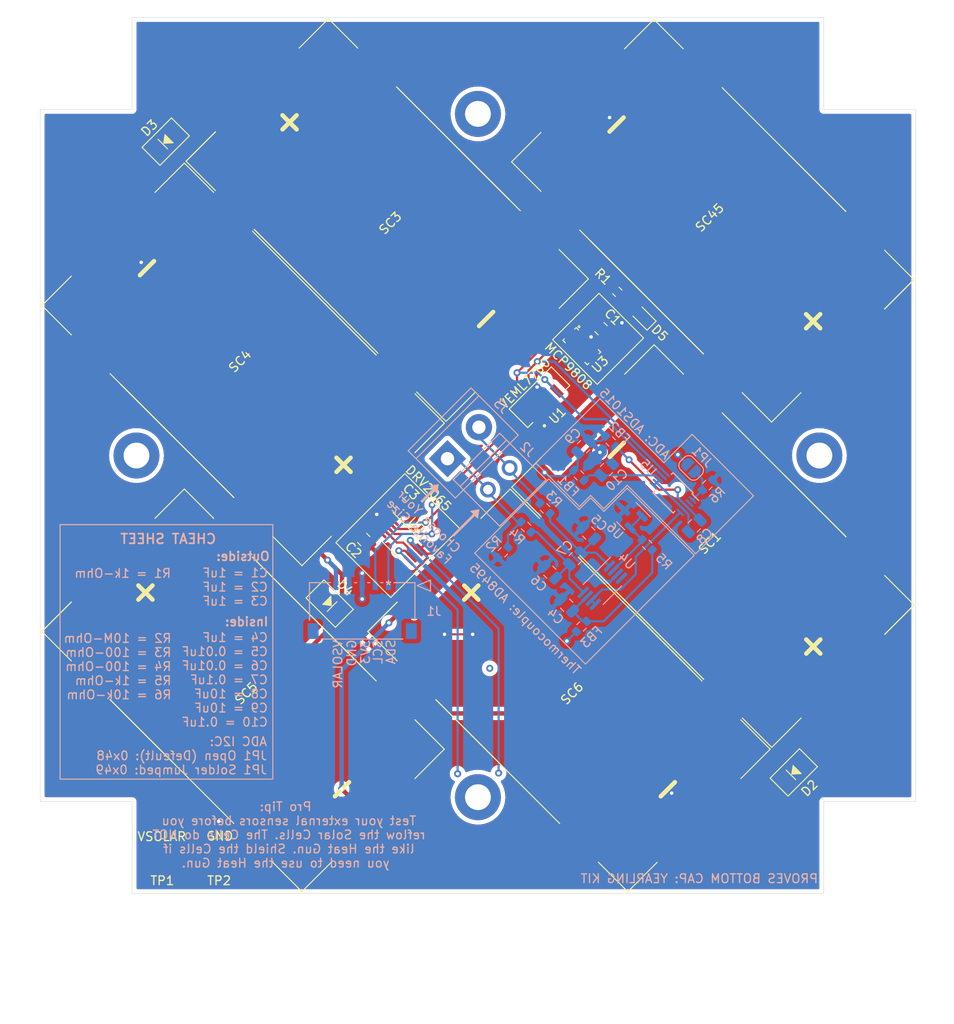
<source format=kicad_pcb>
(kicad_pcb (version 20211014) (generator pcbnew)
  (title_block (title "YEARLING KIT -Z") (date "2023-03-27") (rev "3.1"))
  (layers (0 "F.Cu" signal) (1 "In1.Cu" signal) (2 "In2.Cu" signal) (31 "B.Cu" signal) (34 "B.Paste" user) (35 "F.Paste" user) (36 "B.SilkS" user "B.Silkscreen") (37 "F.SilkS" user "F.Silkscreen") (38 "B.Mask" user) (39 "F.Mask" user) (44 "Edge.Cuts" user))
  (net 0 "")
  (net 1 "GND")
  (net 2 "+3V3")
  (net 3 "VSOLAR")
  (net 4 "SDA")
  (net 5 "SCL")
  (net 6 "Net-(D2-Pad2)")
  (net 7 "Net-(D3-Pad2)")
  (net 8 "Net-(D4-Pad2)")
  (net 11 "Net-(C6-Pad1)")
  (net 15 "Net-(SC1-Pad2)")
  (net 16 "Net-(SC3-Pad2)")
  (net 17 "Net-(SC5-Pad2)")
  (net 19 "Net-(U2-Pad7)")
  (net 21 "Net-(D5-Pad2)")
  (net 22 "Net-(C4-Pad1)")
  (net 23 "Net-(J2-Pad1)")
  (net 24 "AVDD")
  (net 25 "AGND")
  (net 26 "Net-(JP1-Pad1)")
  (net 27 "Net-(R5-Pad1)")
  (net 29 "OUT")
  (net 31 "Net-(J2-Pad2)")
  (net 32 "Net-(C3-Pad1)")
  (net 33 "Net-(C5-Pad2)")
  (footprint "SolarPanelBoards:MountingHoles" (layer "F.Cu") (at 110.5 85)
    (fp_text reference "J4")
    (fp_text value "Conn_01x01")
  )
  (footprint "SolarPanelBoards:MountingHoles" (layer "F.Cu") (at 141.75 124)
    (fp_text reference "J5")
    (fp_text value "Conn_01x01")
  )
  (footprint "SolarPanelBoards:MountingHoles" (layer "F.Cu") (at 157.25 46)
    (fp_text reference "J6")
    (fp_text value "Conn_01x01")
  )
  (footprint "SolarPanelBoards:MountingHoles" (layer "F.Cu") (at 188.5 85)
    (fp_text reference "J7")
    (fp_text value "Conn_01x01")
  )
  (footprint "SolarPanelBoards:DO-214AC" (layer "F.Cu") (at 113.835786 49.164214 45)
    (fp_text reference "D3")
    (fp_text value "CDBA240LL-HF")
  )
  (footprint "SolarPanelBoards:Test Pad" (layer "F.Cu") (at 113.41 130.95 90)
    (fp_text reference "TP1")
    (fp_text value "TestPoint")
  )
  (footprint "LED_SMD:LED_0603_1608Metric" (layer "F.Cu") (at 168.283153 69.123153 135)
    (fp_text reference "D5")
    (fp_text value "CQY99")
  )
  (footprint "Capacitor_SMD:C_0805_2012Metric" (layer "F.Cu") (at 140.529949 90.476119 135)
    (fp_text reference "C3")
    (fp_text value "1uF")
  )
  (footprint "SolarPanelBoards:MCP9808-NoLeadPackage" (layer "F.Cu") (at 161.36 72.52 -135)
    (fp_text reference "U3")
    (fp_text value "MCP9808_DFN")
  )
  (footprint "SolarPanelBoards:KXOB101K08F-TR" (layer "F.Cu") (at 122.68 111.8 45)
    (fp_text reference "SC5")
    (fp_text value "SM101K07TF")
  )
  (footprint "SolarPanelBoards:Test Pad" (layer "F.Cu") (at 119.89 130.92 90)
    (fp_text reference "TP2")
    (fp_text value "TestPoint")
  )
  (footprint "SolarPanelBoards:KXOB101K08F-TR" (layer "F.Cu") (at 139.142136 58.122136 45)
    (fp_text reference "SC3")
    (fp_text value "SM101K07TF")
  )
  (footprint "Resistor_SMD:R_0603_1608Metric" (layer "F.Cu") (at 165.419368 66.315938 -45)
    (fp_text reference "R1")
    (fp_text value "1k")
  )
  (footprint "Capacitor_SMD:C_0805_2012Metric" (layer "F.Cu") (at 136.457014 94.591481 135)
    (fp_text reference "C2")
    (fp_text value "1uF")
  )
  (footprint "Package_SO:VSSOP-10_3x3mm_P0.5mm" (layer "F.Cu") (at 140.742082 94.732902 -45)
    (fp_text reference "U2")
    (fp_text value "DRV2605LDGS")
  )
  (footprint "SolarPanelBoards:DO-214AC" (layer "F.Cu") (at 132.564214 101.904214 135)
    (fp_text reference "D4")
    (fp_text value "CDBA240LL-HF")
  )
  (footprint "Capacitor_SMD:C_0805_2012Metric" (layer "F.Cu") (at 163.568249 70.52369 135)
    (fp_text reference "C1")
    (fp_text value "1uF")
  )
  (footprint "VEML7700-TT:XDCR_VEML7700-TT" (layer "F.Cu") (at 156.53 78.35 135)
    (fp_text reference "U1")
    (fp_text value "VEML7700")
  )
  (footprint "SolarPanelBoards:KXOB101K08F-TR" (layer "F.Cu") (at 122.682136 74.592136 -135)
    (fp_text reference "SC4")
    (fp_text value "SM101K07TF")
  )
  (footprint "SolarPanelBoards:KXOB101K08F-TR" (layer "F.Cu") (at 159.897864 111.807864 45)
    (fp_text reference "SC6")
    (fp_text value "SM101K07TF")
  )
  (footprint "SolarPanelBoards:KXOB101K08F-TR" (layer "F.Cu") (at 176.32 58.2 -135)
    (fp_text reference "SC45")
    (fp_text value "SM101K07TF")
  )
  (footprint "SolarPanelBoards:DO-214AC" (layer "F.Cu") (at 185.575786 121.174214 45)
    (fp_text reference "D2")
    (fp_text value "CDBA240LL-HF")
  )
  (footprint "SolarPanelBoards:KXOB101K08F-TR" (layer "F.Cu") (at 176.337864 95.337864 -135)
    (fp_text reference "SC1")
    (fp_text value "SM101K07TF")
  )
  (footprint "SolarPanelBoards:CON_5040500591" (layer "B.Cu") (at 139.278501 99.85)
    (fp_text reference "J1")
    (fp_text value "CON-5040500591" hide)
  )
  (footprint "Package_SO:TSSOP-10_3x3mm_P0.5mm" (layer "B.Cu") (at 171.785736 89.257479 135)
    (fp_text reference "U5")
    (fp_text value "ADS1015IDGS")
  )
  (footprint "SolarPanelBoards:ScrewTerminal" (layer "B.Cu") (at 151.883934 87.653934 45)
    (fp_text reference "J2")
    (fp_text value "Screw_Terminal_01x02")
  )
  (footprint "Capacitor_SMD:C_0805_2012Metric" (layer "B.Cu") (at 157.714311 98.322586 135)
    (fp_text reference "C6")
    (fp_text value "0.01uF")
  )
  (footprint "Capacitor_SMD:C_0805_2012Metric" (layer "B.Cu") (at 162.154941 93.853673 -45)
    (fp_text reference "C5")
    (fp_text value "0.01uF")
  )
  (footprint "Capacitor_SMD:C_0805_2012Metric" (layer "B.Cu") (at 160.613448 96.766953 45)
    (fp_text reference "C7")
    (fp_text value "0.1uF")
  )
  (footprint "Capacitor_SMD:C_0805_2012Metric" (layer "B.Cu") (at 159.637642 102.084397 135)
    (fp_text reference "C4")
    (fp_text value "1uF")
  )
  (footprint "Capacitor_SMD:C_0805_2012Metric" (layer "B.Cu") (at 174.211112 93.026358 45)
    (fp_text reference "C8")
    (fp_text value "10uF")
  )
  (footprint "Jumper:SolderJumper-2_P1.3mm_Open_RoundedPad1.0x1.5mm" (layer "B.Cu") (at 173.850487 86.41491 135)
    (fp_text reference "JP1")
    (fp_text value "SolderJumper_2_Open")
  )
  (footprint "TerminalBlock:TerminalBlock_bornier-2_P5.08mm" (layer "B.Cu") (at 146.02 85.36 45)
    (fp_text reference "J3")
    (fp_text value "Screw_Terminal_01x02")
  )
  (footprint "Resistor_SMD:R_0603_1608Metric" (layer "B.Cu") (at 161.034177 87.259902 135)
    (fp_text reference "FB1")
    (fp_text value "FerriteBead")
  )
  (footprint "Resistor_SMD:R_0603_1608Metric" (layer "B.Cu") (at 152.350905 96.04924 -135)
    (fp_text reference "R2")
    (fp_text value "1-MOhm")
  )
  (footprint "Capacitor_SMD:C_0805_2012Metric" (layer "B.Cu") (at 161.560971 83.996605 -135)
    (fp_text reference "C9")
    (fp_text value "10uF")
  )
  (footprint "Resistor_SMD:R_0603_1608Metric" (layer "B.Cu") (at 161.33116 104.506237 -135)
    (fp_text reference "FB3")
    (fp_text value "FerriteBead")
  )
  (footprint "Capacitor_SMD:C_0805_2012Metric" (layer "B.Cu") (at 164.184338 86.591686 45)
    (fp_text reference "C10")
    (fp_text value "0.1uF")
  )
  (footprint "Resistor_SMD:R_0603_1608Metric" (layer "B.Cu") (at 168.826494 95.19364 -45)
    (fp_text reference "R5")
    (fp_text value "1k")
  )
  (footprint "Resistor_SMD:R_0603_1608Metric" (layer "B.Cu") (at 157.15923 91.035853 -45)
    (fp_text reference "R3")
    (fp_text value "100-Ohm")
  )
  (footprint "Resistor_SMD:R_0603_1608Metric" (layer "B.Cu") (at 164.661635 83.392028 135)
    (fp_text reference "FB2")
    (fp_text value "FerriteBead")
  )
  (footprint "Package_SO:MSOP-8_3x3mm_P0.65mm" (layer "B.Cu") (at 163.715879 99.809279 -135)
    (fp_text reference "U4")
    (fp_text value "AD8495")
  )
  (footprint "Resistor_SMD:R_0603_1608Metric" (layer "B.Cu") (at 175.713714 88.370058 -135)
    (fp_text reference "R6")
    (fp_text value "10k-Ohm")
  )
  (footprint "Package_TO_SOT_SMD:SOT-23" (layer "B.Cu") (at 166.915538 91.925039 135)
    (fp_text reference "U6")
    (fp_text value "TLVH431 DBZ SOT-23")
  )
  (footprint "Resistor_SMD:R_0603_1608Metric" (layer "B.Cu") (at 154.995486 93.157172 135)
    (fp_text reference "R4")
    (fp_text value "100-Ohm")
  )
  (gr_line (start 148.721082 91.370516) (end 149.406976 92.05641) (layer "B.SilkS") (width 0.12))
  (gr_line (start 180.978123 89.596889) (end 173.963624 82.58239) (layer "B.SilkS") (width 0.12))
  (gr_line (start 149.456473 92.105907) (end 149.223127 91.844279) (layer "B.SilkS") (width 0.12))
  (gr_line (start 161.787246 108.80191) (end 149.130034 96.144698) (layer "B.SilkS") (width 0.12))
  (gr_line (start 149.350406 91.914989) (end 148.855431 91.420014) (layer "B.SilkS") (width 0.12))
  (gr_line (start 143.011194 90.200255) (end 143.124331 90.313392) (layer "B.SilkS") (width 0.12))
  (gr_line (start 149.597895 91.200811) (end 148.721082 91.370516) (layer "B.SilkS") (width 0.12))
  (gr_line (start 144.213274 88.559766) (end 144.807245 88.474915) (layer "B.SilkS") (width 0.12))
  (gr_line (start 146.769467 94.17066) (end 146.65633 94.057523) (layer "B.SilkS") (width 0.12))
  (gr_line (start 149.583751 91.214953) (end 148.721082 91.370516) (layer "B.SilkS") (width 0.12))
  (gr_line (start 156.109177 85.842153) (end 163.434804 78.516527) (layer "B.SilkS") (width 0.12))
  (gr_line (start 144.807245 88.474915) (end 144.722393 88.998174) (layer "B.SilkS") (width 0.12))
  (gr_poly (pts (xy 101.77 92.889999) (xy 126.07 92.89) (xy 126.07 121.94) (xy 101.77 121.939999)) (layer "B.SilkS") (width 0.12) (fill none))
  (gr_line (start 143.053621 90.242682) (end 144.941594 88.354705) (layer "B.SilkS") (width 0.12))
  (gr_line (start 173.963624 82.58239) (end 173.942411 82.603604) (layer "B.SilkS") (width 0.12))
  (gr_line (start 143.124331 90.313392) (end 144.474905 88.962819) (layer "B.SilkS") (width 0.12))
  (gr_line (start 144.722393 88.998174) (end 144.354697 88.616336) (layer "B.SilkS") (width 0.12))
  (gr_line (start 146.705826 94.092878) (end 149.583751 91.214953) (layer "B.SilkS") (width 0.12))
  (gr_line (start 174.373747 96.215409) (end 166.553146 88.394808) (layer "B.SilkS") (width 0.12))
  (gr_line (start 149.597895 91.200811) (end 149.456473 92.105907) (layer "B.SilkS") (width 0.12))
  (gr_line (start 143.124331 90.313392) (end 144.481976 88.941605) (layer "B.SilkS") (width 0.12))
  (gr_line (start 144.941594 88.354705) (end 144.078926 88.510269) (layer "B.SilkS") (width 0.12))
  (gr_line (start 149.30798 91.716999) (end 149.117061 91.526081) (layer "B.SilkS") (width 0.12))
  (gr_line (start 149.456473 92.105907) (end 149.332728 91.982164) (layer "B.SilkS") (width 0.12))
  (gr_line (start 163.434804 78.516527) (end 170.732146 85.813868) (layer "B.SilkS") (width 0.12))
  (gr_line (start 166.546075 88.727148) (end 163.894424 91.378799) (layer "B.SilkS") (width 0.12))
  (gr_line (start 148.855431 91.420014) (end 149.449401 91.335162) (layer "B.SilkS") (width 0.12))
  (gr_line (start 144.665824 88.856752) (end 144.474905 88.665834) (layer "B.SilkS") (width 0.12))
  (gr_line (start 161.094281 90.827256) (end 156.109177 85.842153) (layer "B.SilkS") (width 0.12))
  (gr_line (start 170.732146 85.813868) (end 173.942411 82.603604) (layer "B.SilkS") (width 0.12))
  (gr_line (start 144.361768 88.849681) (end 143.011194 90.200255) (layer "B.SilkS") (width 0.12))
  (gr_line (start 144.70825 89.054744) (end 144.213274 88.559766) (layer "B.SilkS") (width 0.12))
  (gr_line (start 144.824924 88.499663) (end 144.789568 89.058278) (layer "B.SilkS") (width 0.12))
  (gr_line (start 149.307979 91.46244) (end 149.30798 91.716999) (layer "B.SilkS") (width 0.12))
  (gr_line (start 149.130034 96.144698) (end 157.594102 87.68063) (layer "B.SilkS") (width 0.12))
  (gr_line (start 162.367073 89.851449) (end 161.065997 91.152525) (layer "B.SilkS") (width 0.12))
  (gr_line (start 157.594102 87.68063) (end 161.065997 91.152525) (layer "B.SilkS") (width 0.12))
  (gr_line (start 144.665823 88.602193) (end 144.665824 88.856752) (layer "B.SilkS") (width 0.12))
  (gr_line (start 163.894424 91.378799) (end 162.367073 89.851449) (layer "B.SilkS") (width 0.12))
  (gr_line (start 144.814317 89.245661) (end 144.580971 88.984031) (layer "B.SilkS") (width 0.12))
  (gr_line (start 149.406976 92.05641) (end 149.583751 91.214953) (layer "B.SilkS") (width 0.12))
  (gr_line (start 144.078926 88.510269) (end 144.76482 89.196164) (layer "B.SilkS") (width 0.12))
  (gr_line (start 166.553146 88.394808) (end 163.880282 91.067672) (layer "B.SilkS") (width 0.12))
  (gr_line (start 144.955739 88.340564) (end 144.078926 88.510269) (layer "B.SilkS") (width 0.12))
  (gr_line (start 148.996852 91.476584) (end 149.307979 91.46244) (layer "B.SilkS") (width 0.12))
  (gr_line (start 149.003924 91.709928) (end 146.65633 94.057523) (layer "B.SilkS") (width 0.12))
  (gr_line (start 144.354697 88.616336) (end 144.665823 88.602193) (layer "B.SilkS") (width 0.12))
  (gr_line (start 166.553145 88.734219) (end 174.204041 96.385115) (layer "B.SilkS") (width 0.12))
  (gr_line (start 147.653349 93.060502) (end 147.766487 93.17364) (layer "B.SilkS") (width 0.12))
  (gr_line (start 147.766487 93.17364) (end 149.124134 91.801851) (layer "B.SilkS") (width 0.12))
  (gr_line (start 144.76482 89.196164) (end 144.941594 88.354705) (layer "B.SilkS") (width 0.12))
  (gr_line (start 162.367073 89.554464) (end 161.094281 90.827256) (layer "B.SilkS") (width 0.12))
  (gr_line (start 163.880282 91.067672) (end 162.367073 89.554464) (layer "B.SilkS") (width 0.12))
  (gr_line (start 174.204041 96.385115) (end 161.787246 108.80191) (layer "B.SilkS") (width 0.12))
  (gr_line (start 144.955739 88.340564) (end 144.814317 89.245661) (layer "B.SilkS") (width 0.12))
  (gr_line (start 146.769467 94.17066) (end 149.117061 91.823065) (layer "B.SilkS") (width 0.12))
  (gr_line (start 174.373746 96.215409) (end 180.978123 89.596889) (layer "B.SilkS") (width 0.12))
  (gr_line (start 149.364549 91.858421) (end 148.996852 91.476584) (layer "B.SilkS") (width 0.12))
  (gr_line (start 149.449401 91.335162) (end 149.364549 91.858421) (layer "B.SilkS") (width 0.12))
  (gr_line (start 144.814317 89.245661) (end 144.690572 89.121917) (layer "B.SilkS") (width 0.12))
  (gr_poly (pts (xy 163.324297 66.482575) (xy 168.422537 71.580815) (xy 163.126307 76.877045) (xy 158.028067 71.778805)) (layer "F.SilkS") (width 0.12) (fill none))
  (gr_poly (pts (xy 141.14865 87.064311) (xy 147.41717 93.33283) (xy 139.54 101.21) (xy 133.271481 94.941481)) (layer "F.SilkS") (width 0.12) (fill none))
  (gr_line (start 189 135) (end 110 135) (layer "Edge.Cuts") (width 0.05))
  (gr_line (start 110 124.5) (end 99.5 124.5) (layer "Edge.Cuts") (width 0.05))
  (gr_line (start 110 45.5) (end 110 35) (layer "Edge.Cuts") (width 0.05))
  (gr_line (start 189 45.5) (end 199.5 45.5) (layer "Edge.Cuts") (width 0.05))
  (gr_line (start 99.5 124.5) (end 99.5 45.5) (layer "Edge.Cuts") (width 0.05))
  (gr_line (start 199.5 124.5) (end 189 124.5) (layer "Edge.Cuts") (width 0.05))
  (gr_line (start 110 35) (end 189 35) (layer "Edge.Cuts") (width 0.05))
  (gr_line (start 199.5 45.5) (end 199.5 124.5) (layer "Edge.Cuts") (width 0.05))
  (gr_line (start 189 124.5) (end 189 135) (layer "Edge.Cuts") (width 0.05))
  (gr_line (start 99.5 45.5) (end 110 45.5) (layer "Edge.Cuts") (width 0.05))
  (gr_line (start 189 35) (end 189 45.5) (layer "Edge.Cuts") (width 0.05))
  (gr_line (start 110 135) (end 110 124.5) (layer "Edge.Cuts") (width 0.05))
  (gr_text "R1 = 1k-Ohm" (at 108.93 98.450001) (layer "B.SilkS") (effects (font (size 1 1)) (justify mirror)))
  (gr_text "SCL" (at 138.08 107.41 90) (layer "B.SilkS") (effects (font (size 1 1)) (justify mirror)))
  (gr_text "C4 = 1uF\nC5 = 0.01uF\nC6 = 0.01uF\nC7 = 0.1uF\nC8 = 10uF\nC9 = 10uF\nC10 = 0.1uF" (at 125.59 110.600001) (layer "B.SilkS") (effects (font (size 1 1)) (justify left mirror)))
  (gr_text "VSOLAR" (at 133.5 108.82 90) (layer "B.SilkS") (effects (font (size 1 1)) (justify mirror)))
  (gr_text "Thermocouple: AD8495" (at 154.885883 103.64003 315) (layer "B.SilkS") (effects (font (size 1 1)) (justify mirror)))
  (gr_text "GND" (at 135.09 107.54 90) (layer "B.SilkS") (effects (font (size 1 1)) (justify mirror)))
  (gr_text "3V3" (at 136.65 107.43 90) (layer "B.SilkS") (effects (font (size 1 1)) (justify mirror)))
  (gr_text "PROVES BOTTOM CAP: YEARLING KIT" (at 161.14 133.3) (layer "B.SilkS") (effects (font (size 1 1)) (justify right mirror)))
  (gr_text "ADC I2C:\nJP1 Open (Defeult): 0x48\nJP1 Solder Jumped: 0x49" (at 125.499999 119.270001) (layer "B.SilkS") (effects (font (size 1 1)) (justify left mirror)))
  (gr_text "CHEAT SHEET" (at 114.13 94.52) (layer "B.SilkS") (effects (font (size 1.1 1.1) (thickness 0.2)) (justify mirror)))
  (gr_text "Pro Tip:\nTest your external sensors before you \nreflow the Solar Cells. The Cells do NOT \nlike the Heat Gun. Shield the Cells if \nyou need to use the Heat Gun." (at 127.53 128.3) (layer "B.SilkS") (effects (font (size 1 1)) (justify mirror)))
  (gr_text "ADC: ADS1015" (at 167.401673 81.366166 315) (layer "B.SilkS") (effects (font (size 1 1)) (justify mirror)))
  (gr_text "R2 = 10M-Ohm\nR3 = 100-Ohm\nR4 = 100-Ohm\nR5 = 1k-Ohm\nR6 = 10k-Ohm" (at 114.57 109.090001) (layer "B.SilkS") (effects (font (size 1 1)) (justify left mirror)))
  (gr_text "C1 = 1uF\nC2 = 1uF\nC3 = 1uF" (at 125.590001 100.01) (layer "B.SilkS") (effects (font (size 1 1)) (justify left mirror)))
  (gr_text "SDA" (at 139.56 107.41 90) (layer "B.SilkS") (effects (font (size 1 1)) (justify mirror)))
  (gr_text "Inside:" (at 123.08 103.970001) (layer "B.SilkS") (effects (font (size 1 1) (thickness 0.2)) (justify mirror)))
  (gr_text "Choose Your\nFavorite Size" (at 143.34 93.11 315) (layer "B.SilkS") (effects (font (size 1 1)) (justify mirror)))
  (gr_text "Outside:" (at 122.660001 96.51) (layer "B.SilkS") (effects (font (size 1 1) (thickness 0.2)) (justify mirror)))
  (gr_text "GND" (at 120.01 128.45) (layer "F.SilkS") (effects (font (size 1 1))))
  (gr_text "VEML7700" (at 154.87 76.76 45) (layer "F.SilkS") (effects (font (size 1 1))))
  (gr_text "MCP9808" (at 159.84 74.8 315) (layer "F.SilkS") (effects (font (size 1 1))))
  (gr_text "DRV2065" (at 143.85 88.73 315) (layer "F.SilkS") (effects (font (size 1 1))))
  (gr_text "VSOLAR" (at 113.39 128.5) (layer "F.SilkS") (effects (font (size 1 1))))
  (segment (start 162.896498 70.983502) (end 162.896498 69.851939) (width 0.25) (layer "F.Cu") (net 1))
  (segment (start 140.944595 94.935415) (end 142.297717 96.288537) (width 0.25) (layer "F.Cu") (net 1))
  (segment (start 174.04 125.95) (end 171.63 123.54) (width 0.5) (layer "F.Cu") (net 1))
  (segment (start 168.668061 69.851939) (end 168.84 69.68) (width 0.25) (layer "F.Cu") (net 1))
  (segment (start 160.286952 72.512997) (end 161.347612 72.512997) (width 0.25) (layer "F.Cu") (net 1))
  (segment (start 162.177864 44.057864) (end 164.54 46.42) (width 0.5) (layer "F.Cu") (net 1))
  (segment (start 137.946283 91.716283) (end 137.984365 91.678201) (width 0.25) (layer "F.Cu") (net 1))
  (segment (start 161.36 72.52) (end 162.42 71.46) (width 0.25) (layer "F.Cu") (net 1))
  (segment (start 137.984365 91.678201) (end 139.858198 89.804368) (width 0.25) (layer "F.Cu") (net 1))
  (segment (start 138.832894 93.53082) (end 140.242074 94.94) (width 0.25) (layer "F.Cu") (net 1))
  (segment (start 165.948061 69.851939) (end 168.668061 69.851939) (width 0.25) (layer "F.Cu") (net 1))
  (segment (start 137.984365 92.710576) (end 137.984365 91.678201) (width 0.25) (layer "F.Cu") (net 1))
  (segment (start 140.246659 94.935415) (end 140.944595 94.935415) (width 0.25) (layer "F.Cu") (net 1))
  (segment (start 161.347612 73.573657) (end 161.347612 72.512997) (width 0.25) (layer "F.Cu") (net 1))
  (segment (start 119.89 130.92) (end 119.89 126.76) (width 0.5) (layer "F.Cu") (net 1))
  (segment (start 162.896498 69.851939) (end 165.948061 69.851939) (width 0.25) (layer "F.Cu") (net 1))
  (segment (start 161.842587 74.068632) (end 161.347612 73.573657) (width 0.25) (layer "F.Cu") (net 1))
  (segment (start 108.54 60.45) (end 111.04 62.95) (width 0.5) (layer "F.Cu") (net 1))
  (segment (start 157.615409 78.537383) (end 156.26 77.181974) (width 0.25) (layer "F.Cu") (net 1))
  (segment (start 159.791977 72.018022) (end 160.286952 72.512997) (width 0.25) (layer "F.Cu") (net 1))
  (segment (start 140.242074 94.94) (end 140.246659 94.935415) (width 0.25) (layer "F.Cu") (net 1))
  (segment (start 162.42 71.46) (end 162.896498 70.983502) (width 0.25) (layer "F.Cu") (net 1))
  (segment (start 135.785263 93.877303) (end 137.946283 91.716283) (width 0.25) (layer "F.Cu") (net 1))
  (segment (start 145.68 105.41) (end 148.9 105.41) (width 0.25) (layer "F.Cu") (net 1))
  (segment (start 135.785263 93.91973) (end 135.785263 93.934737) (width 0.25) (layer "F.Cu") (net 1))
  (segment (start 138.804609 93.53082) (end 137.984365 92.710576) (width 0.25) (layer "F.Cu") (net 1))
  (via (at 171.63 123.54) (size 0.8) (drill 0.4) (layers "F.Cu" "B.Cu") (net 1))
  (via (at 162.42 71.46) (size 0.8) (drill 0.4) (layers "F.Cu" "B.Cu") (net 1))
  (via (at 164.54 46.42) (size 0.8) (drill 0.4) (layers "F.Cu" "B.Cu") (net 1))
  (via (at 156.26 77.181974) (size 0.8) (drill 0.4) (layers "F.Cu" "B.Cu") (net 1))
  (via (at 145.68 105.41) (size 0.8) (drill 0.4) (layers "F.Cu" "B.Cu") (net 1))
  (via (at 148.9 105.41) (size 0.8) (drill 0.4) (layers "F.Cu" "B.Cu") (net 1))
  (via (at 137.946283 91.716283) (size 0.8) (drill 0.4) (layers "F.Cu" "B.Cu") (net 1))
  (via (at 111.04 62.95) (size 0.8) (drill 0.4) (layers "F.Cu" "B.Cu") (net 1))
  (via (at 165.948061 69.851939) (size 0.8) (drill 0.4) (layers "F.Cu" "B.Cu") (net 1))
  (via (at 119.89 126.76) (size 0.8) (drill 0.4) (layers "F.Cu" "B.Cu") (net 1))
  (via (at 163.434805 84.636536) (size 0.8) (drill 0.4) (layers "F.Cu" "B.Cu") (net 1))
  (segment (start 165.439453 98.545327) (end 164.651029 99.333751) (width 0.25) (layer "B.Cu") (net 1))
  (segment (start 163.236814 99.333751) (end 156.229387 92.326322) (width 0.25) (layer "B.Cu") (net 1))
  (segment (start 163.562084 83.324853) (end 162.232725 83.324852) (width 0.25) (layer "B.Cu") (net 1))
  (segment (start 163.434805 84.526934) (end 163.434805 84.636536) (width 0.25) (layer "B.Cu") (net 1))
  (segment (start 164.651029 99.333751) (end 163.236814 99.333751) (width 0.25) (layer "B.Cu") (net 1))
  (segment (start 162.232725 83.324852) (end 163.434805 84.526934) (width 0.25) (layer "B.Cu") (net 1))
  (segment (start 164.078272 82.808665) (end 163.562084 83.324853) (width 0.25) (layer "B.Cu") (net 1))
  (segment (start 143.7 96.69) (end 142.14 98.25) (width 0.25) (layer "F.Cu") (net 2))
  (segment (start 143.004824 95.58143) (end 143.7 96.276606) (width 0.25) (layer "F.Cu") (net 2))
  (segment (start 164.24 71.69061) (end 162.915635 73.014975) (width 0.25) (layer "F.Cu") (net 2))
  (segment (start 133.56 94.935841) (end 142.806126 85.689715) (width 0.25) (layer "F.Cu") (net 2))
  (segment (start 142.806126 85.689715) (end 142.806126 85.683874) (width 0.25) (layer "F.Cu") (net 2))
  (segment (start 143.7 96.276606) (end 143.7 96.69) (width 0.25) (layer "F.Cu") (net 2))
  (segment (start 134.21 96.33) (end 133.56 95.68) (width 0.25) (layer "F.Cu") (net 2))
  (segment (start 143.004824 95.58143) (end 143.004824 95.575176) (width 0.25) (layer "F.Cu") (net 2))
  (segment (start 143.004824 95.58143) (end 143.004824 95.594824) (width 0.25) (layer "F.Cu") (net 2))
  (segment (start 133.56 95.68) (end 133.56 94.935841) (width 0.25) (layer "F.Cu") (net 2))
  (segment (start 137.128766 95.263232) (end 138.47934 93.912658) (width 0.25) (layer "F.Cu") (net 2))
  (segment (start 143.004824 95.575176) (end 143.54 95.04) (width 0.25) (layer "F.Cu") (net 2))
  (segment (start 136.03 96.33) (end 134.21 96.33) (width 0.25) (layer "F.Cu") (net 2))
  (segment (start 137.096768 95.263232) (end 136.03 96.33) (width 0.25) (layer "F.Cu") (net 2))
  (segment (start 143.6 96.19) (end 144.21 96.19) (width 0.25) (layer "F.Cu") (net 2))
  (segment (start 143.004824 95.594824) (end 143.6 96.19) (width 0.25) (layer "F.Cu") (net 2))
  (segment (start 142.806126 85.683874) (end 143.09 85.4) (width 0.25) (layer "F.Cu") (net 2))
  (segment (start 137.128765 95.263232) (end 137.096768 95.263232) (width 0.25) (layer "F.Cu") (net 2))
  (segment (start 164.24 71.195441) (end 164.24 71.69061) (width 0.25) (layer "F.Cu") (net 2))
  (segment (start 162.208528 73.722082) (end 162.915635 73.014975) (width 0.25) (layer "F.Cu") (net 2))
  (via (at 136.278502 101.378502) (size 0.8) (drill 0.4) (layers "F.Cu" "B.Cu") (net 2))
  (via (at 136.278502 98.431498) (size 0.8) (drill 0.4) (layers "F.Cu" "B.Cu") (net 2))
  (via (at 159.658854 106.178544) (size 0.8) (drill 0.4) (layers "F.Cu" "B.Cu") (net 2))
  (via (at 157.11 86.94) (size 0.8) (drill 0.4) (layers "F.Cu" "B.Cu") (net 2))
  (via (at 172.337279 84.901701) (size 0.8) (drill 0.4) (layers "F.Cu" "B.Cu") (net 2))
  (segment (start 157.51 87.34) (end 157.11 86.94) (width 0.25) (layer "B.Cu") (net 2))
  (segment (start 136.278502 99.85) (end 136.278502 98.431498) (width 0.5) (layer "B.Cu") (net 2))
  (segment (start 160.450814 86.676539) (end 159.787353 87.34) (width 0.25) (layer "B.Cu") (net 2))
  (segment (start 160.450814 86.676539) (end 160.88922 86.238133) (width 0.25) (layer "B.Cu") (net 2))
  (segment (start 136.278502 99.85) (end 136.278502 101.378502) (width 0.5) (layer "B.Cu") (net 2))
  (segment (start 160.88922 86.238133) (end 160.889221 84.668357) (width 0.25) (layer "B.Cu") (net 2))
  (segment (start 173.390868 85.95529) (end 172.337279 84.901701) (width 0.25) (layer "B.Cu") (net 2))
  (segment (start 159.787353 87.34) (end 157.51 87.34) (width 0.25) (layer "B.Cu") (net 2))
  (segment (start 160.747797 105.0896) (end 159.658854 106.178544) (width 0.25) (layer "B.Cu") (net 2))
  (segment (start 113.41 124.31) (end 113.41 123.99) (width 0.5) (layer "F.Cu") (net 3))
  (segment (start 133.978428 103.318428) (end 113.41 123.886856) (width 0.5) (layer "F.Cu") (net 3))
  (segment (start 114.646854 52.80371) (end 114.65371 52.80371) (width 0.5) (layer "F.Cu") (net 3))
  (segment (start 133.978428 103.318428) (end 145.1 114.44) (width 0.5) (layer "F.Cu") (net 3))
  (segment (start 120.48 58.63) (end 120.48 85.1) (width 0.5) (layer "F.Cu") (net 3))
  (segment (start 133.978428 98.598428) (end 132.315 96.935) (width 0.5) (layer "F.Cu") (net 3))
  (segment (start 113.41 130.95) (end 113.41 124.31) (width 0.5) (layer "F.Cu") (net 3))
  (segment (start 120.48 85.1) (end 132.3 96.92) (width 0.5) (layer "F.Cu") (net 3))
  (segment (start 133.978428 103.318428) (end 133.978428 98.598428) (width 0.5) (layer "F.Cu") (net 3))
  (segment (start 145.1 114.44) (end 176.013144 114.44) (width 0.5) (layer "F.Cu") (net 3))
  (segment (start 112.421572 50.578428) (end 114.646854 52.80371) (width 0.5) (layer "F.Cu") (net 3))
  (segment (start 114.65371 52.80371) (end 120.48 58.63) (width 0.5) (layer "F.Cu") (net 3))
  (segment (start 113.41 123.886856) (end 113.41 124.31) (width 0.5) (layer "F.Cu") (net 3))
  (segment (start 176.013144 114.44) (end 184.161572 122.588428) (width 0.5) (layer "F.Cu") (net 3))
  (via (at 132.315 96.935) (size 0.8) (drill 0.4) (layers "F.Cu" "B.Cu") (net 3))
  (segment (start 133.2785 97.8985) (end 132.315 96.935) (width 0.5) (layer "B.Cu") (net 3))
  (segment (start 133.2785 99.85) (end 133.2785 97.8985) (width 0.5) (layer "B.Cu") (net 3))
  (segment (start 132.315 96.935) (end 132.3 96.92) (width 0.5) (layer "B.Cu") (net 3))
  (segment (start 158.449358 77.639358) (end 157.14 76.33) (width 0.25) (layer "F.Cu") (net 4))
  (segment (start 153.961802 75.551802) (end 153.96 75.553604) (width 0.25) (layer "F.Cu") (net 4))
  (segment (start 153.96 75.553604) (end 153.96 80.93) (width 0.25) (layer "F.Cu") (net 4))
  (segment (start 153.96 80.93) (end 153.91 80.98) (width 0.25) (layer "F.Cu") (net 4))
  (segment (start 146.735 88.155) (end 144.27 90.62) (width 0.25) (layer "F.Cu") (net 4))
  (segment (start 139.96418 93.955) (end 144.245 93.955) (width 0.25) (layer "F.Cu") (net 4))
  (segment (start 158.513435 77.639358) (end 158.449358 77.639358) (width 0.25) (layer "F.Cu") (net 4))
  (segment (start 153.91 80.98) (end 146.735 88.155) (width 0.25) (layer "F.Cu") (net 4))
  (segment (start 160.865025 70.964365) (end 160.4259 70.52524) (width 0.25) (layer "F.Cu") (net 4))
  (segment (start 158.988364 70.52524) (end 153.961802 75.551802) (width 0.25) (layer "F.Cu") (net 4))
  (segment (start 139.186447 93.177267) (end 139.96418 93.955) (width 0.25) (layer "F.Cu") (net 4))
  (segment (start 160.4259 70.52524) (end 158.988364 70.52524) (width 0.25) (layer "F.Cu") (net 4))
  (via (at 144.27 90.62) (size 0.8) (drill 0.4) (layers "F.Cu" "B.Cu") (net 4))
  (via (at 153.961802 75.551802) (size 0.8) (drill 0.4) (layers "F.Cu" "B.Cu") (net 4))
  (via (at 144.245 93.955) (size 0.8) (drill 0.4) (layers "F.Cu" "B.Cu") (net 4))
  (via (at 157.14 76.33) (size 0.8) (drill 0.4) (layers "F.Cu" "B.Cu") (net 4))
  (segment (start 170.61901 87.383645) (end 164.085364 80.85) (width 0.25) (layer "B.Cu") (net 4))
  (segment (start 139.278501 95.511499) (end 140.84 93.95) (width 0.25) (layer "B.Cu") (net 4))
  (segment (start 144.27 93.93) (end 144.27 90.62) (width 0.25) (layer "B.Cu") (net 4))
  (segment (start 161.66 80.85) (end 157.14 76.33) (width 0.25) (layer "B.Cu") (net 4))
  (segment (start 156.36 75.55) (end 153.97 75.55) (width 0.25) (layer "B.Cu") (net 4))
  (segment (start 144.245 93.955) (end 144.27 93.93) (width 0.25) (layer "B.Cu") (net 4))
  (segment (start 164.085364 80.85) (end 161.66 80.85) (width 0.25) (layer "B.Cu") (net 4))
  (segment (start 157.14 76.33) (end 156.36 75.55) (width 0.25) (layer "B.Cu") (net 4))
  (segment (start 140.84 93.95) (end 144.24 93.95) (width 0.25) (layer "B.Cu") (net 4))
  (segment (start 139.278501 99.85) (end 139.278501 95.511499) (width 0.25) (layer "B.Cu") (net 4))
  (segment (start 155.275 75.285) (end 155.275 79.895) (width 0.25) (layer "F.Cu") (net 5))
  (segment (start 159.58476 70.97524) (end 156.28 74.28) (width 0.25) (layer "F.Cu") (net 5))
  (segment (start 139.54 92.823714) (end 140.099098 93.382812) (width 0.25) (layer "F.Cu") (net 5))
  (segment (start 160.168794 70.97524) (end 159.99476 70.97524) (width 0.25) (layer "F.Cu") (net 5))
  (segment (start 143.511396 92.641396) (end 155.819358 80.333435) (width 0.25) (layer "F.Cu") (net 5))
  (segment (start 159.99476 70.97524) (end 159.58476 70.97524) (width 0.25) (layer "F.Cu") (net 5))
  (segment (start 156.28 74.28) (end 155.275 75.285) (width 0.25) (layer "F.Cu") (net 5))
  (segment (start 160.511472 71.317918) (end 160.168794 70.97524) (width 0.25) (layer "F.Cu") (net 5))
  (segment (start 140.099098 93.382812) (end 142.769981 93.382812) (width 0.25) (layer "F.Cu") (net 5))
  (segment (start 142.769981 93.382812) (end 143.511396 92.641396) (width 0.25) (layer "F.Cu") (net 5))
  (via (at 156.28 74.28) (size 0.8) (drill 0.4) (layers "F.Cu" "B.Cu") (net 5))
  (via (at 143.511396 92.641396) (size 0.8) (drill 0.4) (layers "F.Cu" "B.Cu") (net 5))
  (segment (start 143.511396 92.641396) (end 140.978604 92.641396) (width 0.25) (layer "B.Cu") (net 5))
  (segment (start 137.778501 95.841499) (end 137.778501 99.85) (width 0.25) (layer "B.Cu") (net 5))
  (segment (start 156.28 74.28) (end 158.222469 74.28) (width 0.25) (layer "B.Cu") (net 5))
  (segment (start 140.978604 92.641396) (end 137.778501 95.841499) (width 0.25) (layer "B.Cu") (net 5))
  (segment (start 158.222469 74.28) (end 170.972561 87.030093) (width 0.25) (layer "B.Cu") (net 5))
  (segment (start 190.48 109.48) (end 190.48 116.27) (width 0.5) (layer "F.Cu") (net 6))
  (segment (start 190.48 116.27) (end 186.99 119.76) (width 0.5) (layer "F.Cu") (net 6))
  (segment (start 125 43.98) (end 119.02 43.98) (width 0.5) (layer "F.Cu") (net 7))
  (segment (start 119.02 43.98) (end 115.25 47.75) (width 0.5) (layer "F.Cu") (net 7))
  (segment (start 108.537864 97.657864) (end 128.317864 97.657864) (width 0.5) (layer "F.Cu") (net 8))
  (segment (start 128.317864 97.657864) (end 131.15 100.49) (width 0.5) (layer "F.Cu") (net 8))
  (segment (start 159.941698 99.022624) (end 161.532688 100.613613) (width 0.25) (layer "B.Cu") (net 11))
  (segment (start 158.386061 98.994339) (end 159.941698 97.438705) (width 0.25) (layer "B.Cu") (net 11))
  (segment (start 159.941698 97.438705) (end 159.941698 99.022624) (width 0.25) (layer "B.Cu") (net 11))
  (segment (start 156.243528 93.740536) (end 155.578848 93.740536) (width 0.25) (layer "B.Cu") (net 11))
  (segment (start 159.941698 97.438705) (end 156.243528 93.740536) (width 0.25) (layer "B.Cu") (net 11))
  (segment (start 190.462136 72.342136) (end 171.04932 72.342136) (width 0.5) (layer "F.Cu") (net 15))
  (segment (start 171.04932 72.342136) (end 162.195728 81.195728) (width 0.5) (layer "F.Cu") (net 15))
  (segment (start 136.824272 88.734272) (end 136.824272 88.724272) (width 0.5) (layer "F.Cu") (net 16))
  (segment (start 136.824272 88.724272) (end 153.284272 72.264272) (width 0.5) (layer "F.Cu") (net 16))
  (segment (start 136.822136 125.942136) (end 133.93 123.05) (width 0.5) (layer "F.Cu") (net 17))
  (segment (start 145.755728 97.674272) (end 139.33 104.1) (width 0.5) (layer "F.Cu") (net 17))
  (segment (start 145.755728 97.665728) (end 145.755728 97.674272) (width 0.5) (layer "F.Cu") (net 17))
  (via (at 139.33 104.1) (size 0.8) (drill 0.4) (layers "F.Cu" "B.Cu") (net 17))
  (via (at 133.93 123.05) (size 0.8) (drill 0.4) (layers "F.Cu" "B.Cu") (net 17))
  (segment (start 133.93 109.5) (end 139.33 104.1) (width 0.5) (layer "B.Cu") (net 17))
  (segment (start 133.93 123.05) (end 133.93 109.5) (width 0.5) (layer "B.Cu") (net 17))
  (segment (start 141.172074 95.87) (end 140.46 95.87) (width 0.25) (layer "F.Cu") (net 19))
  (segment (start 142.65127 95.934984) (end 141.78 95.063714) (width 0.25) (layer "F.Cu") (net 19))
  (segment (start 141.944164 96.64209) (end 141.172074 95.87) (width 0.25) (layer "F.Cu") (net 19))
  (segment (start 141.78 95.063714) (end 141.78 94.68) (width 0.25) (layer "F.Cu") (net 19))
  (via (at 147.18 121.33) (size 0.8) (drill 0.4) (layers "F.Cu" "B.Cu") (net 19))
  (via (at 141.78 94.68) (size 0.8) (drill 0.4) (layers "F.Cu" "B.Cu") (net 19))
  (via (at 150.85 109.29) (size 0.8) (drill 0.4) (layers "F.Cu" "B.Cu") (net 19))
  (via (at 140.46 95.87) (size 0.8) (drill 0.4) (layers "F.Cu" "B.Cu") (net 19))
  (via (at 151.86 121.25) (size 0.8) (drill 0.4) (layers "F.Cu" "B.Cu") (net 19))
  (segment (start 140.46 95.87) (end 147.18 102.59) (width 0.25) (layer "B.Cu") (net 19))
  (segment (start 147.18 102.59) (end 147.18 121.33) (width 0.25) (layer "B.Cu") (net 19))
  (segment (start 151.86 104.76) (end 151.86 121.25) (width 0.25) (layer "B.Cu") (net 19))
  (segment (start 141.78 94.68) (end 151.86 104.76) (width 0.25) (layer "B.Cu") (net 19))
  (segment (start 166.002732 66.899302) (end 167.669736 68.566306) (width 0.25) (layer "F.Cu") (net 21))
  (segment (start 161.992307 101.073233) (end 160.309392 102.756148) (width 0.25) (layer "B.Cu") (net 22))
  (segment (start 169.409857 98.365014) (end 169.409856 95.777004) (width 0.25) (layer "B.Cu") (net 22))
  (segment (start 161.476118 103.922874) (end 161.914525 103.922872) (width 0.25) (layer "B.Cu") (net 22))
  (segment (start 163.851998 103.922873) (end 169.409857 98.365014) (width 0.25) (layer "B.Cu") (net 22))
  (segment (start 161.914525 103.922872) (end 163.851998 103.922873) (width 0.25) (layer "B.Cu") (net 22))
  (segment (start 160.309392 102.756148) (end 161.476118 103.922874) (width 0.25) (layer "B.Cu") (net 22))
  (segment (start 153.121371 86.416497) (end 149.612102 82.907228) (width 0.25) (layer "B.Cu") (net 23))
  (segment (start 149.612102 82.907228) (end 149.612102 81.767898) (width 0.25) (layer "B.Cu") (net 23))
  (segment (start 156.575867 90.169647) (end 152.81406 86.407839) (width 0.25) (layer "B.Cu") (net 23))
  (segment (start 156.575868 90.45249) (end 156.575867 90.169647) (width 0.25) (layer "B.Cu") (net 23))
  (segment (start 172.952462 91.13131) (end 173.535825 91.714675) (width 0.25) (layer "B.Cu") (net 24))
  (segment (start 163.512586 87.263438) (end 169.791695 87.263437) (width 0.25) (layer "B.Cu") (net 24))
  (segment (start 170.265455 87.737199) (end 169.558348 88.444306) (width 0.25) (layer "B.Cu") (net 24))
  (segment (start 161.617541 87.843266) (end 162.197369 87.263437) (width 0.25) (layer "B.Cu") (net 24))
  (segment (start 172.952462 91.13131) (end 169.911903 88.090751) (width 0.25) (layer "B.Cu") (net 24))
  (segment (start 173.535825 93.694574) (end 173.53936 93.69811) (width 0.25) (layer "B.Cu") (net 24))
  (segment (start 169.791695 87.263437) (end 170.265455 87.737199) (width 0.25) (layer "B.Cu") (net 24))
  (segment (start 162.197369 87.263437) (end 163.512586 87.263438) (width 0.25) (layer "B.Cu") (net 24))
  (segment (start 173.535825 91.714675) (end 173.535825 93.694574) (width 0.25) (layer "B.Cu") (net 24))
  (segment (start 172.316065 88.896855) (end 170.166463 88.896855) (width 0.25) (layer "F.Cu") (net 25))
  (segment (start 170.166463 88.896855) (end 166.758207 85.488599) (width 0.25) (layer "F.Cu") (net 25))
  (via (at 172.316065 88.896855) (size 0.8) (drill 0.4) (layers "F.Cu" "B.Cu") (net 25))
  (via (at 166.758207 85.488599) (size 0.8) (drill 0.4) (layers "F.Cu" "B.Cu") (net 25))
  (segment (start 164.856089 84.3643) (end 164.856089 85.919935) (width 0.25) (layer "B.Cu") (net 25))
  (segment (start 165.244998 83.975391) (end 166.758207 85.488599) (width 0.25) (layer "B.Cu") (net 25))
  (segment (start 173.306016 90.777759) (end 172.316066 89.787809) (width 0.25) (layer "B.Cu") (net 25))
  (segment (start 164.856089 84.3643) (end 165.244998 83.975391) (width 0.25) (layer "B.Cu") (net 25))
  (segment (start 173.306016 90.777759) (end 174.882863 92.354607) (width 0.25) (layer "B.Cu") (net 25))
  (segment (start 172.316066 89.787809) (end 172.316065 88.896855) (width 0.25) (layer "B.Cu") (net 25))
  (segment (start 174.310107 86.874529) (end 175.130351 87.694773) (width 0.25) (layer "B.Cu") (net 26))
  (segment (start 174.013123 90.070652) (end 175.130351 88.953423) (width 0.25) (layer "B.Cu") (net 26))
  (segment (start 175.130351 87.694773) (end 175.130351 88.953423) (width 0.25) (layer "B.Cu") (net 26))
  (segment (start 166.906698 93.273846) (end 166.906699 93.259703) (width 0.25) (layer "B.Cu") (net 27))
  (segment (start 168.243131 94.610277) (end 166.906698 93.273846) (width 0.25) (layer "B.Cu") (net 27))
  (segment (start 168.243131 94.822409) (end 168.243131 94.610277) (width 0.25) (layer "B.Cu") (net 27))
  (segment (start 164.979833 98.085707) (end 168.243131 94.822409) (width 0.25) (layer "B.Cu") (net 27))
  (segment (start 166.906699 93.259703) (end 168.250201 91.916201) (width 0.25) (layer "B.Cu") (net 27))
  (segment (start 167.528953 98.548862) (end 167.528953 96.554819) (width 0.25) (layer "B.Cu") (net 29))
  (segment (start 167.528953 96.554819) (end 172.598909 91.484865) (width 0.25) (layer "B.Cu") (net 29))
  (segment (start 162.911546 101.992471) (end 162.451927 101.532853) (width 0.25) (layer "B.Cu") (net 29))
  (segment (start 163.696435 100.288345) (end 165.789471 100.288345) (width 0.25) (layer "B.Cu") (net 29))
  (segment (start 162.451927 101.532853) (end 163.696435 100.288345) (width 0.25) (layer "B.Cu") (net 29))
  (segment (start 165.789471 100.288345) (end 167.528953 98.548862) (width 0.25) (layer "B.Cu") (net 29))
  (segment (start 150.646497 88.891371) (end 147.115126 85.36) (width 0.25) (layer "B.Cu") (net 31))
  (segment (start 154.412123 92.57381) (end 154.030284 92.57381) (width 0.25) (layer "B.Cu") (net 31))
  (segment (start 147.115126 85.36) (end 146.02 85.36) (width 0.25) (layer "B.Cu") (net 31))
  (segment (start 152.934269 94.051661) (end 152.934268 95.465877) (width 0.25) (layer "B.Cu") (net 31))
  (segment (start 154.030284 92.57381) (end 150.339187 88.882712) (width 0.25) (layer "B.Cu") (net 31))
  (segment (start 154.412123 92.57381) (end 152.934269 94.051661) (width 0.25) (layer "B.Cu") (net 31))
  (segment (start 139.893553 92.47016) (end 141.201701 91.162013) (width 0.25) (layer "F.Cu") (net 32))
  (segment (start 162.989328 96.095202) (end 164.520214 97.626087) (width 0.25) (layer "B.Cu") (net 33))
  (segment (start 162.826694 94.553707) (end 162.826692 94.525425) (width 0.25) (layer "B.Cu") (net 33))
  (segment (start 161.2852 96.0952) (end 162.989328 96.095202) (width 0.25) (layer "B.Cu") (net 33))
  (segment (start 161.2852 96.0952) (end 162.826694 94.553707) (width 0.25) (layer "B.Cu") (net 33))
  (segment (start 157.742595 92.552595) (end 157.742595 91.619214) (width 0.25) (layer "B.Cu") (net 33))
  (segment (start 161.2852 96.0952) (end 157.742595 92.552595) (width 0.25) (layer "B.Cu") (net 33))
  (zone (net 2) (net_name "+3V3") (layer "F.Cu") (connect_pads (clearance 0.508)) (min_thickness 0.254) (fill yes (thermal_gap 0.508) (thermal_bridge_width 0.508))
    (polygon (pts (xy 189 45.5) (xy 199.5 45.5) (xy 199.5 124.5) (xy 189 124.5) (xy 189 135) (xy 110 135) (xy 110 124.5) (xy 99.5 124.5) (xy 99.5 45.5) (xy 110 45.49) (xy 110 35) (xy 189 35)))
  )
  (zone (net 1) (net_name "GND") (layer "B.Cu") (connect_pads (clearance 0.508)) (min_thickness 0.254) (fill yes (thermal_gap 0.508) (thermal_bridge_width 0.508))
    (polygon (pts (xy 189 45.5) (xy 199.5 45.5) (xy 199.5 124.5) (xy 189 124.5) (xy 189 135) (xy 110 135) (xy 110 124.5) (xy 99.5 124.5) (xy 99.5 45.5) (xy 110.01 45.49) (xy 110 35) (xy 189 35)))
  )
  (zone (net 1) (net_name "GND") (layers "In1.Cu" "B.Cu") (connect_pads (clearance 0.508)) (min_thickness 0.254) (fill yes (thermal_gap 0.508) (thermal_bridge_width 0.508))
    (polygon (pts (xy 203.9 33.19) (xy 203.36 136.85) (xy 94.91 136.85) (xy 98.38 33)))
  )
)
</source>
